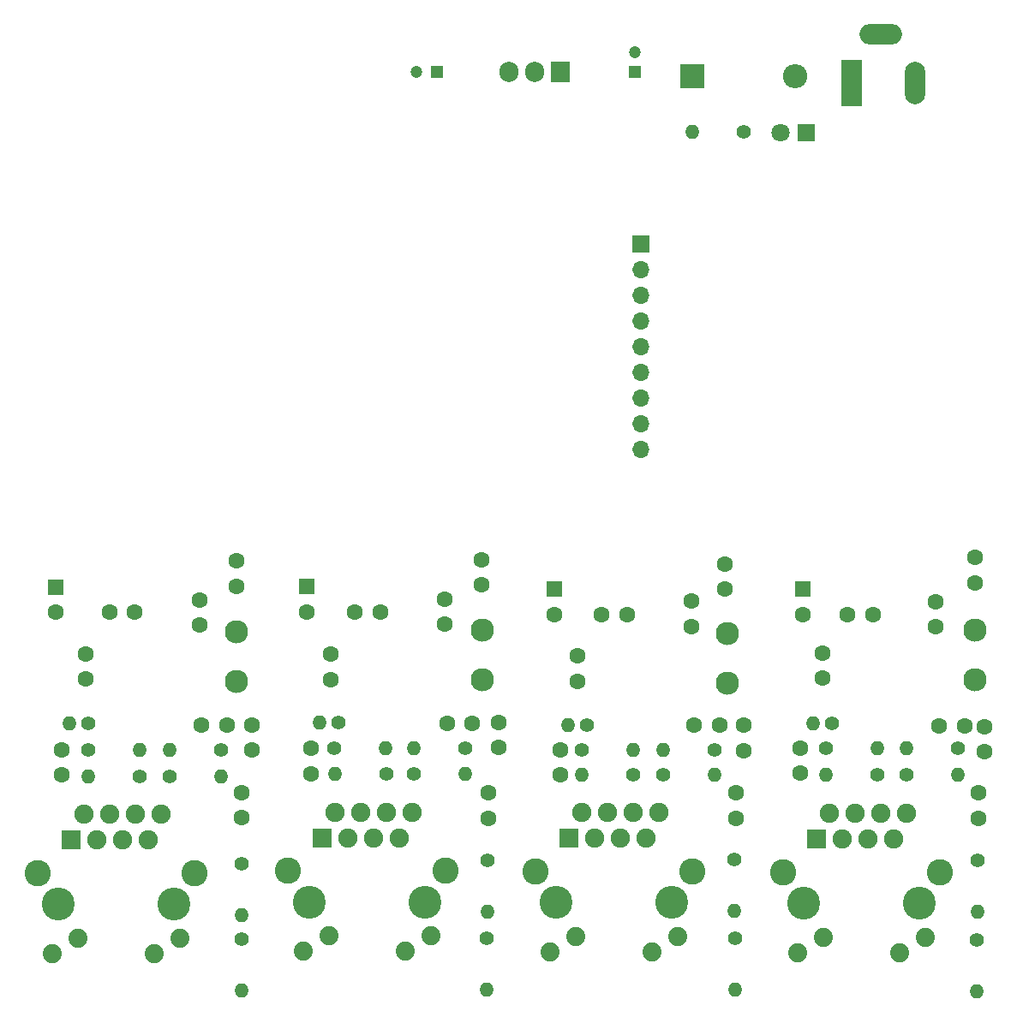
<source format=gbs>
G04 #@! TF.GenerationSoftware,KiCad,Pcbnew,(6.0.4)*
G04 #@! TF.CreationDate,2022-04-25T08:26:24+09:00*
G04 #@! TF.ProjectId,pico_router,7069636f-5f72-46f7-9574-65722e6b6963,rev?*
G04 #@! TF.SameCoordinates,Original*
G04 #@! TF.FileFunction,Soldermask,Bot*
G04 #@! TF.FilePolarity,Negative*
%FSLAX46Y46*%
G04 Gerber Fmt 4.6, Leading zero omitted, Abs format (unit mm)*
G04 Created by KiCad (PCBNEW (6.0.4)) date 2022-04-25 08:26:24*
%MOMM*%
%LPD*%
G01*
G04 APERTURE LIST*
%ADD10C,1.600000*%
%ADD11C,1.400000*%
%ADD12O,1.400000X1.400000*%
%ADD13R,1.905000X2.000000*%
%ADD14O,1.905000X2.000000*%
%ADD15R,1.700000X1.700000*%
%ADD16O,1.700000X1.700000*%
%ADD17R,2.400000X2.400000*%
%ADD18O,2.400000X2.400000*%
%ADD19R,1.200000X1.200000*%
%ADD20C,1.200000*%
%ADD21R,1.600000X1.600000*%
%ADD22C,3.250000*%
%ADD23C,2.600000*%
%ADD24C,1.890000*%
%ADD25R,1.900000X1.900000*%
%ADD26C,1.900000*%
%ADD27C,2.300000*%
%ADD28R,2.000000X4.600000*%
%ADD29O,2.000000X4.200000*%
%ADD30O,4.200000X2.000000*%
%ADD31R,1.800000X1.800000*%
%ADD32C,1.800000*%
G04 APERTURE END LIST*
D10*
X195966400Y-120904000D03*
X193466400Y-120904000D03*
D11*
X166171800Y-125688600D03*
D12*
X171251800Y-125688600D03*
D13*
X156006800Y-56235600D03*
D14*
X153466800Y-56235600D03*
X150926800Y-56235600D03*
D10*
X168960800Y-111043600D03*
X168960800Y-108543600D03*
D11*
X114443000Y-125882400D03*
D12*
X109363000Y-125882400D03*
D10*
X181991000Y-113665000D03*
X181991000Y-116165000D03*
X138257600Y-109626400D03*
X135757600Y-109626400D03*
X148945600Y-130000000D03*
X148945600Y-127500000D03*
D11*
X148767800Y-141935200D03*
D12*
X148767800Y-147015200D03*
D15*
X164007800Y-73202800D03*
D16*
X164007800Y-75742800D03*
X164007800Y-78282800D03*
X164007800Y-80822800D03*
X164007800Y-83362800D03*
X164007800Y-85902800D03*
X164007800Y-88442800D03*
X164007800Y-90982800D03*
X164007800Y-93522800D03*
D10*
X144602200Y-110825600D03*
X144602200Y-108325600D03*
X106730800Y-125760800D03*
X106730800Y-123260800D03*
X186924000Y-109855000D03*
X184424000Y-109855000D03*
X109169200Y-113761200D03*
X109169200Y-116261200D03*
X133324600Y-113812000D03*
X133324600Y-116312000D03*
D11*
X124510800Y-134543800D03*
D12*
X124510800Y-139623800D03*
D10*
X157734000Y-113964400D03*
X157734000Y-116464400D03*
X174142400Y-120847800D03*
X174142400Y-123347800D03*
D17*
X169108200Y-56642000D03*
D18*
X179268200Y-56642000D03*
D19*
X163449000Y-56243000D03*
D20*
X163449000Y-54243000D03*
D10*
X124053600Y-107066400D03*
X124053600Y-104566400D03*
X124510800Y-129977200D03*
X124510800Y-127477200D03*
D11*
X158664400Y-120827800D03*
D12*
X156764400Y-120827800D03*
D10*
X162616200Y-109889800D03*
X160116200Y-109889800D03*
X144850800Y-120675400D03*
X147350800Y-120675400D03*
X125603000Y-120797000D03*
X125603000Y-123297000D03*
X179781200Y-125557600D03*
X179781200Y-123057600D03*
D11*
X138827000Y-125653800D03*
D12*
X133747000Y-125653800D03*
D11*
X163261800Y-125688600D03*
D12*
X158181800Y-125688600D03*
D21*
X155473400Y-107354488D03*
D10*
X155473400Y-109854488D03*
D11*
X141589000Y-125679200D03*
D12*
X146669000Y-125679200D03*
D22*
X131216400Y-138298400D03*
X142646400Y-138298400D03*
D23*
X144706400Y-135248400D03*
X129156400Y-135248400D03*
D24*
X143256400Y-141678400D03*
X140716400Y-143198400D03*
X133146400Y-141678400D03*
X130606400Y-143198400D03*
D25*
X132486400Y-131958400D03*
D26*
X133756400Y-129418400D03*
X135026400Y-131958400D03*
X136296400Y-129418400D03*
X137566400Y-131958400D03*
X138836400Y-129418400D03*
X140106400Y-131958400D03*
X141376400Y-129418400D03*
D11*
X158165800Y-123240800D03*
D12*
X163245800Y-123240800D03*
D27*
X148361400Y-111392800D03*
X148361400Y-116292800D03*
D11*
X148844000Y-134162800D03*
D12*
X148844000Y-139242800D03*
D11*
X171246800Y-123291600D03*
D12*
X166166800Y-123291600D03*
D21*
X106172000Y-107177200D03*
D10*
X106172000Y-109677200D03*
X148259800Y-106964800D03*
X148259800Y-104464800D03*
X149936200Y-120517600D03*
X149936200Y-123017600D03*
X169260200Y-120811800D03*
X171760200Y-120811800D03*
D11*
X109388400Y-120624600D03*
D12*
X107488400Y-120624600D03*
D11*
X117449600Y-125907800D03*
D12*
X122529600Y-125907800D03*
D11*
X182270400Y-123063000D03*
D12*
X187350400Y-123063000D03*
D11*
X197256400Y-134162800D03*
D12*
X197256400Y-139242800D03*
D10*
X197993000Y-120949400D03*
X197993000Y-123449400D03*
D27*
X124053600Y-111621400D03*
X124053600Y-116521400D03*
D22*
X180086000Y-138400000D03*
X191516000Y-138400000D03*
D23*
X193576000Y-135350000D03*
X178026000Y-135350000D03*
D24*
X192126000Y-141780000D03*
X189586000Y-143300000D03*
X182016000Y-141780000D03*
X179476000Y-143300000D03*
D25*
X181356000Y-132060000D03*
D26*
X182626000Y-129520000D03*
X183896000Y-132060000D03*
X185166000Y-129520000D03*
X186436000Y-132060000D03*
X187706000Y-129520000D03*
X188976000Y-132060000D03*
X190246000Y-129520000D03*
D11*
X190220600Y-125730000D03*
D12*
X195300600Y-125730000D03*
D11*
X197205600Y-142087600D03*
D12*
X197205600Y-147167600D03*
D11*
X133731000Y-123113800D03*
D12*
X138811000Y-123113800D03*
D19*
X143814800Y-56228201D03*
D20*
X141814800Y-56228201D03*
D11*
X134128000Y-120599200D03*
D12*
X132228000Y-120599200D03*
D11*
X109372400Y-123240800D03*
D12*
X114452400Y-123240800D03*
D11*
X173228000Y-134112000D03*
D12*
X173228000Y-139192000D03*
D27*
X197027800Y-111392800D03*
X197027800Y-116292800D03*
D10*
X131368800Y-125608400D03*
X131368800Y-123108400D03*
D11*
X182896000Y-120650000D03*
D12*
X180996000Y-120650000D03*
D10*
X120396000Y-110927200D03*
X120396000Y-108427200D03*
X114000600Y-109677200D03*
X111500600Y-109677200D03*
D22*
X167055800Y-138358600D03*
X155625800Y-138358600D03*
D23*
X169115800Y-135308600D03*
X153565800Y-135308600D03*
D24*
X167665800Y-141738600D03*
X165125800Y-143258600D03*
X157555800Y-141738600D03*
X155015800Y-143258600D03*
D25*
X156895800Y-132018600D03*
D26*
X158165800Y-129478600D03*
X159435800Y-132018600D03*
X160705800Y-129478600D03*
X161975800Y-132018600D03*
X163245800Y-129478600D03*
X164515800Y-132018600D03*
X165785800Y-129478600D03*
D21*
X130987800Y-107100488D03*
D10*
X130987800Y-109600488D03*
D11*
X146659600Y-123139200D03*
D12*
X141579600Y-123139200D03*
D22*
X117856000Y-138527000D03*
X106426000Y-138527000D03*
D23*
X119916000Y-135477000D03*
X104366000Y-135477000D03*
D24*
X118466000Y-141907000D03*
X115926000Y-143427000D03*
X108356000Y-141907000D03*
X105816000Y-143427000D03*
D25*
X107696000Y-132187000D03*
D26*
X108966000Y-129647000D03*
X110236000Y-132187000D03*
X111506000Y-129647000D03*
X112776000Y-132187000D03*
X114046000Y-129647000D03*
X115316000Y-132187000D03*
X116586000Y-129647000D03*
D10*
X193167000Y-111085000D03*
X193167000Y-108585000D03*
D27*
X172516800Y-111723000D03*
X172516800Y-116623000D03*
D10*
X197027800Y-106736200D03*
X197027800Y-104236200D03*
D11*
X195300600Y-123113800D03*
D12*
X190220600Y-123113800D03*
D11*
X174193200Y-62179200D03*
D12*
X169113200Y-62179200D03*
D10*
X156032200Y-125735400D03*
X156032200Y-123235400D03*
D11*
X124510800Y-141960600D03*
D12*
X124510800Y-147040600D03*
D21*
X180035200Y-107354488D03*
D10*
X180035200Y-109854488D03*
D11*
X187341000Y-125730000D03*
D12*
X182261000Y-125730000D03*
D11*
X122529600Y-123291600D03*
D12*
X117449600Y-123291600D03*
D10*
X173380400Y-130000000D03*
X173380400Y-127500000D03*
X120568400Y-120777000D03*
X123068400Y-120777000D03*
D28*
X184810400Y-57302400D03*
D29*
X191110400Y-57302400D03*
D30*
X187710400Y-52502400D03*
D31*
X180314600Y-62204600D03*
D32*
X177774600Y-62204600D03*
D10*
X197358000Y-130000000D03*
X197358000Y-127500000D03*
X172339000Y-107371200D03*
X172339000Y-104871200D03*
D11*
X173278800Y-141935200D03*
D12*
X173278800Y-147015200D03*
M02*

</source>
